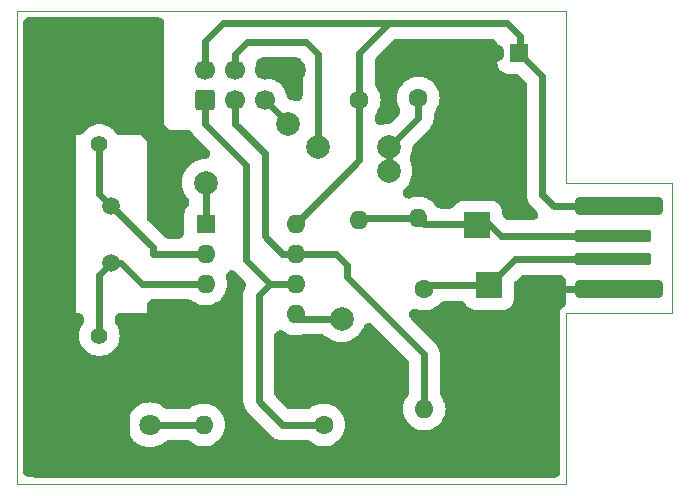
<source format=gbr>
%TF.GenerationSoftware,KiCad,Pcbnew,8.0.1-8.0.1-1~ubuntu22.04.1*%
%TF.CreationDate,2024-03-19T23:27:27+09:00*%
%TF.ProjectId,RapideUSBMini,52617069-6465-4555-9342-4d696e692e6b,1.0*%
%TF.SameCoordinates,Original*%
%TF.FileFunction,Copper,L1,Top*%
%TF.FilePolarity,Positive*%
%FSLAX46Y46*%
G04 Gerber Fmt 4.6, Leading zero omitted, Abs format (unit mm)*
G04 Created by KiCad (PCBNEW 8.0.1-8.0.1-1~ubuntu22.04.1) date 2024-03-19 23:27:27*
%MOMM*%
%LPD*%
G01*
G04 APERTURE LIST*
G04 Aperture macros list*
%AMRoundRect*
0 Rectangle with rounded corners*
0 $1 Rounding radius*
0 $2 $3 $4 $5 $6 $7 $8 $9 X,Y pos of 4 corners*
0 Add a 4 corners polygon primitive as box body*
4,1,4,$2,$3,$4,$5,$6,$7,$8,$9,$2,$3,0*
0 Add four circle primitives for the rounded corners*
1,1,$1+$1,$2,$3*
1,1,$1+$1,$4,$5*
1,1,$1+$1,$6,$7*
1,1,$1+$1,$8,$9*
0 Add four rect primitives between the rounded corners*
20,1,$1+$1,$2,$3,$4,$5,0*
20,1,$1+$1,$4,$5,$6,$7,0*
20,1,$1+$1,$6,$7,$8,$9,0*
20,1,$1+$1,$8,$9,$2,$3,0*%
G04 Aperture macros list end*
%TA.AperFunction,ComponentPad*%
%ADD10C,1.400000*%
%TD*%
%TA.AperFunction,ComponentPad*%
%ADD11C,1.500000*%
%TD*%
%TA.AperFunction,ComponentPad*%
%ADD12O,1.600000X1.600000*%
%TD*%
%TA.AperFunction,ComponentPad*%
%ADD13R,1.600000X1.600000*%
%TD*%
%TA.AperFunction,ComponentPad*%
%ADD14C,1.600000*%
%TD*%
%TA.AperFunction,ComponentPad*%
%ADD15RoundRect,0.250000X0.600000X-0.600000X0.600000X0.600000X-0.600000X0.600000X-0.600000X-0.600000X0*%
%TD*%
%TA.AperFunction,ComponentPad*%
%ADD16C,1.700000*%
%TD*%
%TA.AperFunction,SMDPad,CuDef*%
%ADD17RoundRect,0.375000X-3.375000X-0.375000X3.375000X-0.375000X3.375000X0.375000X-3.375000X0.375000X0*%
%TD*%
%TA.AperFunction,SMDPad,CuDef*%
%ADD18RoundRect,0.250000X-3.000000X-0.250000X3.000000X-0.250000X3.000000X0.250000X-3.000000X0.250000X0*%
%TD*%
%TA.AperFunction,ComponentPad*%
%ADD19R,1.800000X1.800000*%
%TD*%
%TA.AperFunction,ComponentPad*%
%ADD20C,1.800000*%
%TD*%
%TA.AperFunction,ComponentPad*%
%ADD21R,2.200000X2.200000*%
%TD*%
%TA.AperFunction,ComponentPad*%
%ADD22O,2.200000X2.200000*%
%TD*%
%TA.AperFunction,ViaPad*%
%ADD23C,2.000000*%
%TD*%
%TA.AperFunction,Conductor*%
%ADD24C,0.600000*%
%TD*%
%TA.AperFunction,Profile*%
%ADD25C,0.050000*%
%TD*%
G04 APERTURE END LIST*
D10*
%TO.P,C1,1*%
%TO.N,/XTAL1*%
X142000000Y-71250000D03*
%TO.P,C1,2*%
%TO.N,GND*%
X142000000Y-68750000D03*
%TD*%
D11*
%TO.P,Y1,2,2*%
%TO.N,/XTAL2*%
X143000000Y-81340000D03*
%TO.P,Y1,1,1*%
%TO.N,/XTAL1*%
X143000000Y-76460000D03*
%TD*%
D12*
%TO.P,U1,8,VCC*%
%TO.N,+5V*%
X158620000Y-78000000D03*
%TO.P,U1,7,PB2*%
%TO.N,/SCK*%
X158620000Y-80540000D03*
%TO.P,U1,6,PB1*%
%TO.N,/MISO*%
X158620000Y-83080000D03*
%TO.P,U1,5,AREF/PB0*%
%TO.N,/MOSI*%
X158620000Y-85620000D03*
%TO.P,U1,4,GND*%
%TO.N,GND*%
X151000000Y-85620000D03*
%TO.P,U1,3,XTAL2/PB4*%
%TO.N,/XTAL2*%
X151000000Y-83080000D03*
%TO.P,U1,2,XTAL1/PB3*%
%TO.N,/XTAL1*%
X151000000Y-80540000D03*
D13*
%TO.P,U1,1,~{RESET}/PB5*%
%TO.N,/RST*%
X151000000Y-78000000D03*
%TD*%
D14*
%TO.P,R4,1*%
%TO.N,/MISO*%
X161000000Y-95000000D03*
D12*
%TO.P,R4,2*%
%TO.N,Net-(D3-A)*%
X150840000Y-95000000D03*
%TD*%
D14*
%TO.P,R3,1*%
%TO.N,+5V*%
X164000000Y-67500000D03*
D12*
%TO.P,R3,2*%
%TO.N,Net-(D2-K)*%
X164000000Y-77660000D03*
%TD*%
D14*
%TO.P,R2,1*%
%TO.N,Net-(D1-K)*%
X169500000Y-83500000D03*
D12*
%TO.P,R2,2*%
%TO.N,/SCK*%
X169500000Y-93660000D03*
%TD*%
D14*
%TO.P,R1,1*%
%TO.N,/MOSI*%
X169000000Y-67340000D03*
D12*
%TO.P,R1,2*%
%TO.N,Net-(D2-K)*%
X169000000Y-77500000D03*
%TD*%
D15*
%TO.P,J2,1,MISO*%
%TO.N,/MISO*%
X150960000Y-67500000D03*
D16*
%TO.P,J2,2,VCC*%
%TO.N,+5V*%
X150960000Y-64960000D03*
%TO.P,J2,3,SCK*%
%TO.N,/SCK*%
X153500000Y-67500000D03*
%TO.P,J2,4,MOSI*%
%TO.N,/MOSI*%
X153500000Y-64960000D03*
%TO.P,J2,5,~{RST}*%
%TO.N,/RST*%
X156040000Y-67500000D03*
%TO.P,J2,6,GND*%
%TO.N,GND*%
X156040000Y-64960000D03*
%TD*%
D17*
%TO.P,J1,1,USB_VCC*%
%TO.N,+5V*%
X186000000Y-76500000D03*
D18*
%TO.P,J1,2,USB_DATA-*%
%TO.N,Net-(D2-K)*%
X185500000Y-79000000D03*
%TO.P,J1,3,USB_DATA+*%
%TO.N,Net-(D1-K)*%
X185500000Y-81000000D03*
D17*
%TO.P,J1,4,USB_GND*%
%TO.N,GND*%
X186000000Y-83500000D03*
%TD*%
D19*
%TO.P,D3,1,K*%
%TO.N,GND*%
X143725000Y-95000000D03*
D20*
%TO.P,D3,2,A*%
%TO.N,Net-(D3-A)*%
X146265000Y-95000000D03*
%TD*%
D21*
%TO.P,D2,1,K*%
%TO.N,Net-(D2-K)*%
X174000000Y-78120000D03*
D22*
%TO.P,D2,2,A*%
%TO.N,GND*%
X174000000Y-70500000D03*
%TD*%
D21*
%TO.P,D1,1,K*%
%TO.N,Net-(D1-K)*%
X175000000Y-83190000D03*
D22*
%TO.P,D1,2,A*%
%TO.N,GND*%
X175000000Y-90810000D03*
%TD*%
D13*
%TO.P,C3,1*%
%TO.N,+5V*%
X177500000Y-63500000D03*
D14*
%TO.P,C3,2*%
%TO.N,GND*%
X175500000Y-63500000D03*
%TD*%
D10*
%TO.P,C2,2*%
%TO.N,GND*%
X144500000Y-87460000D03*
%TO.P,C2,1*%
%TO.N,/XTAL2*%
X142000000Y-87460000D03*
%TD*%
D23*
%TO.N,GND*%
X168000000Y-63500000D03*
X177000000Y-74000000D03*
X179500000Y-87000000D03*
X158500000Y-65000000D03*
%TO.N,/MOSI*%
X166500000Y-73500000D03*
X160500000Y-71500000D03*
%TO.N,/RST*%
X158000000Y-69500000D03*
X151000000Y-74500000D03*
%TO.N,/MOSI*%
X162500000Y-86000000D03*
X166500000Y-71500000D03*
%TD*%
D24*
%TO.N,GND*%
X177000000Y-73000000D02*
X177000000Y-74000000D01*
X179500000Y-84500000D02*
X179500000Y-87000000D01*
X179500000Y-87000000D02*
X179500000Y-90000000D01*
%TO.N,/RST*%
X158000000Y-69460000D02*
X156040000Y-67500000D01*
X158000000Y-69500000D02*
X158000000Y-69460000D01*
%TO.N,/MOSI*%
X169000000Y-67340000D02*
X169000000Y-69000000D01*
X169000000Y-69000000D02*
X166500000Y-71500000D01*
X166500000Y-72000000D02*
X166500000Y-73000000D01*
X166500000Y-71500000D02*
X166500000Y-72000000D01*
X160500000Y-63600000D02*
X159500000Y-62600000D01*
X154500000Y-62600000D02*
X153500000Y-63600000D01*
X160500000Y-71500000D02*
X160500000Y-63600000D01*
X153500000Y-63600000D02*
X153500000Y-64960000D01*
X159500000Y-62600000D02*
X154500000Y-62600000D01*
%TO.N,/XTAL1*%
X142000000Y-71250000D02*
X142000000Y-75460000D01*
X142000000Y-75460000D02*
X143000000Y-76460000D01*
%TO.N,/RST*%
X151000000Y-78000000D02*
X151000000Y-74500000D01*
%TO.N,+5V*%
X166500000Y-61000000D02*
X152500000Y-61000000D01*
X152500000Y-61000000D02*
X150960000Y-62540000D01*
X150960000Y-62540000D02*
X150960000Y-64960000D01*
X164000000Y-67500000D02*
X164000000Y-63500000D01*
X164000000Y-63500000D02*
X166500000Y-61000000D01*
X166500000Y-61000000D02*
X176500000Y-61000000D01*
X176500000Y-61000000D02*
X177600000Y-62100000D01*
X177600000Y-62100000D02*
X177600000Y-63600000D01*
X177600000Y-63600000D02*
X179500000Y-65500000D01*
X179500000Y-65500000D02*
X179500000Y-75500000D01*
X179500000Y-75500000D02*
X180500000Y-76500000D01*
X180500000Y-76500000D02*
X186000000Y-76500000D01*
%TO.N,/MISO*%
X150960000Y-69560000D02*
X154400000Y-73000000D01*
X154400000Y-81060000D02*
X156420000Y-83080000D01*
X150960000Y-67500000D02*
X150960000Y-69560000D01*
X154400000Y-73000000D02*
X154400000Y-81060000D01*
%TO.N,/SCK*%
X153500000Y-69500000D02*
X156000000Y-72000000D01*
X153500000Y-67500000D02*
X153500000Y-69500000D01*
X156000000Y-72000000D02*
X156000000Y-79051370D01*
X156000000Y-79051370D02*
X157488630Y-80540000D01*
X157488630Y-80540000D02*
X158620000Y-80540000D01*
%TO.N,+5V*%
X164000000Y-67500000D02*
X164000000Y-72620000D01*
X164000000Y-72620000D02*
X158620000Y-78000000D01*
%TO.N,/XTAL1*%
X146500000Y-79960000D02*
X146500000Y-80500000D01*
X143000000Y-76460000D02*
X146500000Y-79960000D01*
X146500000Y-80500000D02*
X147500000Y-80500000D01*
X147500000Y-80500000D02*
X147540000Y-80540000D01*
X147540000Y-80540000D02*
X151000000Y-80540000D01*
%TO.N,/XTAL2*%
X143000000Y-81340000D02*
X143840000Y-81340000D01*
X143840000Y-81340000D02*
X145580000Y-83080000D01*
X145580000Y-83080000D02*
X151000000Y-83080000D01*
X143000000Y-81340000D02*
X142000000Y-82340000D01*
X142000000Y-82340000D02*
X142000000Y-87460000D01*
%TO.N,Net-(D3-A)*%
X150840000Y-95000000D02*
X146265000Y-95000000D01*
%TO.N,/MISO*%
X155500000Y-93000000D02*
X157500000Y-95000000D01*
X155500000Y-84000000D02*
X155500000Y-93000000D01*
X158620000Y-83080000D02*
X156420000Y-83080000D01*
X156420000Y-83080000D02*
X155500000Y-84000000D01*
X157500000Y-95000000D02*
X161000000Y-95000000D01*
%TO.N,Net-(D1-K)*%
X185500000Y-81000000D02*
X177190000Y-81000000D01*
X177190000Y-81000000D02*
X175000000Y-83190000D01*
%TO.N,Net-(D2-K)*%
X185500000Y-79000000D02*
X176000000Y-79000000D01*
X176000000Y-79000000D02*
X175000000Y-78000000D01*
%TO.N,/MOSI*%
X162500000Y-86000000D02*
X159000000Y-86000000D01*
X159000000Y-86000000D02*
X158620000Y-85620000D01*
%TO.N,/SCK*%
X169500000Y-93660000D02*
X169500000Y-89000000D01*
X163000000Y-82500000D02*
X163000000Y-81500000D01*
X169500000Y-89000000D02*
X163000000Y-82500000D01*
X163000000Y-81500000D02*
X162000000Y-80500000D01*
X162000000Y-80500000D02*
X161000000Y-80500000D01*
X161000000Y-80500000D02*
X160960000Y-80540000D01*
X160960000Y-80540000D02*
X158620000Y-80540000D01*
%TO.N,Net-(D2-K)*%
X169000000Y-77500000D02*
X164160000Y-77500000D01*
X164160000Y-77500000D02*
X164000000Y-77660000D01*
X175000000Y-78000000D02*
X169500000Y-78000000D01*
X169500000Y-78000000D02*
X169000000Y-77500000D01*
%TO.N,GND*%
X175000000Y-63900000D02*
X175400000Y-63500000D01*
%TO.N,Net-(D1-K)*%
X175000000Y-83190000D02*
X169810000Y-83190000D01*
X169810000Y-83190000D02*
X169500000Y-83500000D01*
%TO.N,GND*%
X186000000Y-83500000D02*
X180500000Y-83500000D01*
X180500000Y-83500000D02*
X179500000Y-84500000D01*
X179500000Y-90000000D02*
X178690000Y-90810000D01*
X178690000Y-90810000D02*
X175000000Y-90810000D01*
%TD*%
%TA.AperFunction,Conductor*%
%TO.N,GND*%
G36*
X147141585Y-60520713D02*
G01*
X147270780Y-60579714D01*
X147378119Y-60672724D01*
X147454906Y-60792208D01*
X147494921Y-60928485D01*
X147500000Y-60999500D01*
X147500000Y-69500001D01*
X147999999Y-70000000D01*
X148000000Y-70000000D01*
X149420200Y-70000000D01*
X149560785Y-70020213D01*
X149689980Y-70079214D01*
X149797319Y-70172224D01*
X149845668Y-70238275D01*
X149847710Y-70241607D01*
X149968033Y-70407219D01*
X149968036Y-70407222D01*
X151212147Y-71651332D01*
X151297263Y-71765033D01*
X151346897Y-71898108D01*
X151357030Y-72039776D01*
X151326839Y-72178560D01*
X151258771Y-72303217D01*
X151158341Y-72403648D01*
X151033684Y-72471716D01*
X150894901Y-72501906D01*
X150714572Y-72514804D01*
X150714569Y-72514804D01*
X150714563Y-72514805D01*
X150434956Y-72575629D01*
X150166838Y-72675633D01*
X149915687Y-72812772D01*
X149915682Y-72812776D01*
X149686607Y-72984258D01*
X149484258Y-73186607D01*
X149312776Y-73415682D01*
X149312772Y-73415687D01*
X149175633Y-73666838D01*
X149075629Y-73934956D01*
X149014805Y-74214563D01*
X149014804Y-74214569D01*
X149014804Y-74214572D01*
X148994390Y-74500000D01*
X149000420Y-74584317D01*
X149014805Y-74785436D01*
X149075629Y-75065043D01*
X149175633Y-75333161D01*
X149297459Y-75556269D01*
X149312774Y-75584315D01*
X149352384Y-75637228D01*
X149484253Y-75813386D01*
X149495757Y-75826661D01*
X149572546Y-75946143D01*
X149612563Y-76082419D01*
X149612566Y-76224449D01*
X149572554Y-76360727D01*
X149503513Y-76468160D01*
X149504883Y-76469277D01*
X149360304Y-76646589D01*
X149360302Y-76646592D01*
X149266095Y-76826942D01*
X149266090Y-76826953D01*
X149210114Y-77022581D01*
X149210114Y-77022582D01*
X149199500Y-77141963D01*
X149199500Y-77957890D01*
X149199501Y-78740500D01*
X149179288Y-78881084D01*
X149120287Y-79010280D01*
X149027277Y-79117619D01*
X148907793Y-79194406D01*
X148771516Y-79234421D01*
X148700501Y-79239500D01*
X147894171Y-79239500D01*
X147816106Y-79233356D01*
X147804536Y-79231523D01*
X147804535Y-79231523D01*
X147754834Y-79223651D01*
X147734366Y-79220409D01*
X147598675Y-79178451D01*
X147480301Y-79099965D01*
X147459586Y-79080401D01*
X147442831Y-79063646D01*
X147347219Y-78968034D01*
X146146154Y-77766969D01*
X146061038Y-77653268D01*
X146011404Y-77520193D01*
X146000000Y-77414123D01*
X146000000Y-70999999D01*
X145500001Y-70500000D01*
X145500000Y-70500000D01*
X143816281Y-70500000D01*
X143675696Y-70479787D01*
X143546501Y-70420786D01*
X143439162Y-70327776D01*
X143420750Y-70303865D01*
X143420600Y-70303986D01*
X143408960Y-70289390D01*
X143408959Y-70289388D01*
X143250050Y-70090123D01*
X143238293Y-70079214D01*
X143063224Y-69916774D01*
X143063223Y-69916773D01*
X143063220Y-69916771D01*
X143063217Y-69916768D01*
X142852634Y-69773195D01*
X142732857Y-69715513D01*
X142623009Y-69662613D01*
X142623006Y-69662612D01*
X142623004Y-69662611D01*
X142379458Y-69587487D01*
X142379454Y-69587486D01*
X142379455Y-69587486D01*
X142273371Y-69571496D01*
X142127435Y-69549500D01*
X141872565Y-69549500D01*
X141726628Y-69571496D01*
X141620545Y-69587486D01*
X141376990Y-69662613D01*
X141147368Y-69773194D01*
X141147366Y-69773195D01*
X141129424Y-69785428D01*
X140936776Y-69916773D01*
X140936775Y-69916774D01*
X140749953Y-70090119D01*
X140749950Y-70090123D01*
X140591041Y-70289388D01*
X140591039Y-70289390D01*
X140579400Y-70303986D01*
X140577421Y-70302408D01*
X140500118Y-70386866D01*
X140378591Y-70460376D01*
X140241276Y-70496669D01*
X140183719Y-70500000D01*
X140000000Y-70500000D01*
X140000000Y-85500000D01*
X140200500Y-85500000D01*
X140341085Y-85520213D01*
X140470280Y-85579214D01*
X140577619Y-85672224D01*
X140654406Y-85791708D01*
X140694421Y-85927985D01*
X140699500Y-85999000D01*
X140699500Y-86188776D01*
X140679287Y-86329361D01*
X140620286Y-86458556D01*
X140591827Y-86498234D01*
X140591036Y-86499395D01*
X140463608Y-86720108D01*
X140463606Y-86720114D01*
X140370493Y-86957359D01*
X140370492Y-86957362D01*
X140370492Y-86957363D01*
X140313778Y-87205843D01*
X140294732Y-87460000D01*
X140313778Y-87714157D01*
X140313779Y-87714161D01*
X140370493Y-87962640D01*
X140463606Y-88199885D01*
X140463608Y-88199891D01*
X140591036Y-88420604D01*
X140591041Y-88420612D01*
X140749950Y-88619877D01*
X140749952Y-88619879D01*
X140749953Y-88619880D01*
X140936775Y-88793225D01*
X140936776Y-88793226D01*
X140936778Y-88793227D01*
X140936783Y-88793232D01*
X141147366Y-88936805D01*
X141376996Y-89047389D01*
X141620542Y-89122513D01*
X141872565Y-89160500D01*
X141872570Y-89160500D01*
X142127430Y-89160500D01*
X142127435Y-89160500D01*
X142379458Y-89122513D01*
X142623004Y-89047389D01*
X142852634Y-88936805D01*
X143063217Y-88793232D01*
X143250050Y-88619877D01*
X143408959Y-88420612D01*
X143536393Y-88199888D01*
X143629508Y-87962637D01*
X143686222Y-87714157D01*
X143705268Y-87460000D01*
X143686222Y-87205843D01*
X143629508Y-86957363D01*
X143536393Y-86720112D01*
X143408959Y-86499388D01*
X143408953Y-86499381D01*
X143398443Y-86483965D01*
X143399569Y-86483196D01*
X143337510Y-86377365D01*
X143303092Y-86239568D01*
X143300500Y-86188776D01*
X143300500Y-85999000D01*
X143320713Y-85858415D01*
X143379714Y-85729220D01*
X143472724Y-85621881D01*
X143592208Y-85545094D01*
X143728485Y-85505079D01*
X143799500Y-85500000D01*
X146000000Y-85500000D01*
X146000000Y-84879500D01*
X146020213Y-84738915D01*
X146079214Y-84609720D01*
X146172224Y-84502381D01*
X146291708Y-84425594D01*
X146427985Y-84385579D01*
X146499000Y-84380500D01*
X149560293Y-84380500D01*
X149700878Y-84400713D01*
X149830073Y-84459714D01*
X149871410Y-84489363D01*
X149874253Y-84491630D01*
X149874255Y-84491631D01*
X149874259Y-84491635D01*
X150097226Y-84643651D01*
X150340359Y-84760738D01*
X150598228Y-84840280D01*
X150865071Y-84880500D01*
X150865075Y-84880500D01*
X151134925Y-84880500D01*
X151134929Y-84880500D01*
X151401772Y-84840280D01*
X151659641Y-84760738D01*
X151902775Y-84643651D01*
X152125741Y-84491635D01*
X152323561Y-84308085D01*
X152491815Y-84097102D01*
X152626743Y-83863398D01*
X152725334Y-83612195D01*
X152785383Y-83349103D01*
X152805549Y-83080000D01*
X152785383Y-82810897D01*
X152725334Y-82547805D01*
X152725332Y-82547800D01*
X152721179Y-82529603D01*
X152723750Y-82529016D01*
X152706029Y-82416672D01*
X152724322Y-82275825D01*
X152781554Y-82145836D01*
X152873090Y-82037238D01*
X152991514Y-81958826D01*
X153127233Y-81916955D01*
X153269250Y-81915017D01*
X153406060Y-81953167D01*
X153526580Y-82028317D01*
X153557829Y-82057015D01*
X154277000Y-82776186D01*
X154362116Y-82889887D01*
X154411750Y-83022962D01*
X154421883Y-83164630D01*
X154391692Y-83303415D01*
X154368767Y-83355572D01*
X154292987Y-83504298D01*
X154288721Y-83519427D01*
X154258578Y-83612200D01*
X154233553Y-83689219D01*
X154231523Y-83695466D01*
X154199500Y-83897648D01*
X154199500Y-93102352D01*
X154210503Y-93171824D01*
X154231522Y-93304529D01*
X154231525Y-93304544D01*
X154294776Y-93499210D01*
X154294781Y-93499221D01*
X154320540Y-93549777D01*
X154387712Y-93681610D01*
X154387715Y-93681615D01*
X154508033Y-93847219D01*
X156652780Y-95991966D01*
X156754781Y-96066073D01*
X156818389Y-96112287D01*
X156818391Y-96112288D01*
X156909532Y-96158727D01*
X156909569Y-96158745D01*
X156909585Y-96158753D01*
X157000781Y-96205220D01*
X157000783Y-96205221D01*
X157098119Y-96236847D01*
X157098123Y-96236848D01*
X157195465Y-96268477D01*
X157195464Y-96268477D01*
X157397648Y-96300500D01*
X159560293Y-96300500D01*
X159700878Y-96320713D01*
X159830073Y-96379714D01*
X159871410Y-96409363D01*
X159874253Y-96411630D01*
X159874255Y-96411631D01*
X159874259Y-96411635D01*
X160097226Y-96563651D01*
X160340359Y-96680738D01*
X160598228Y-96760280D01*
X160865071Y-96800500D01*
X160865075Y-96800500D01*
X161134925Y-96800500D01*
X161134929Y-96800500D01*
X161401772Y-96760280D01*
X161659641Y-96680738D01*
X161902775Y-96563651D01*
X162125741Y-96411635D01*
X162323561Y-96228085D01*
X162491815Y-96017102D01*
X162626743Y-95783398D01*
X162725334Y-95532195D01*
X162785383Y-95269103D01*
X162805549Y-95000000D01*
X162785383Y-94730897D01*
X162725334Y-94467805D01*
X162723526Y-94463199D01*
X162626744Y-94216604D01*
X162626743Y-94216602D01*
X162491819Y-93982905D01*
X162491815Y-93982898D01*
X162491808Y-93982889D01*
X162323563Y-93771917D01*
X162242721Y-93696907D01*
X162125741Y-93588365D01*
X161902775Y-93436349D01*
X161808393Y-93390897D01*
X161659649Y-93319265D01*
X161659646Y-93319264D01*
X161659643Y-93319263D01*
X161659641Y-93319262D01*
X161401772Y-93239720D01*
X161401770Y-93239719D01*
X161401768Y-93239719D01*
X161295805Y-93223748D01*
X161134929Y-93199500D01*
X160865071Y-93199500D01*
X160741458Y-93218131D01*
X160598230Y-93239719D01*
X160438104Y-93289111D01*
X160340359Y-93319262D01*
X160340355Y-93319263D01*
X160340349Y-93319266D01*
X160097233Y-93436345D01*
X160097219Y-93436353D01*
X159874253Y-93588369D01*
X159871410Y-93590637D01*
X159867960Y-93592659D01*
X159858833Y-93598883D01*
X159858409Y-93598261D01*
X159748893Y-93662486D01*
X159611097Y-93696907D01*
X159560293Y-93699500D01*
X158245377Y-93699500D01*
X158104792Y-93679287D01*
X157975597Y-93620286D01*
X157892531Y-93553346D01*
X156946654Y-92607469D01*
X156861538Y-92493768D01*
X156811904Y-92360693D01*
X156800500Y-92254623D01*
X156800500Y-87502792D01*
X156820713Y-87362207D01*
X156879714Y-87233012D01*
X156972724Y-87125673D01*
X157092208Y-87048886D01*
X157228485Y-87008871D01*
X157370515Y-87008871D01*
X157506792Y-87048886D01*
X157580595Y-87090498D01*
X157717226Y-87183651D01*
X157960359Y-87300738D01*
X158218228Y-87380280D01*
X158485071Y-87420500D01*
X158485075Y-87420500D01*
X158754925Y-87420500D01*
X158754929Y-87420500D01*
X159021772Y-87380280D01*
X159208543Y-87322668D01*
X159348838Y-87300546D01*
X159355624Y-87300500D01*
X160764674Y-87300500D01*
X160905259Y-87320713D01*
X161034454Y-87379714D01*
X161117520Y-87446654D01*
X161186607Y-87515741D01*
X161278237Y-87584333D01*
X161415685Y-87687226D01*
X161666839Y-87824367D01*
X161857648Y-87895535D01*
X161934956Y-87924370D01*
X162110883Y-87962640D01*
X162214572Y-87985196D01*
X162500000Y-88005610D01*
X162785428Y-87985196D01*
X162905048Y-87959174D01*
X163065043Y-87924370D01*
X163065046Y-87924369D01*
X163333161Y-87824367D01*
X163584315Y-87687226D01*
X163813395Y-87515739D01*
X164015739Y-87313395D01*
X164187226Y-87084315D01*
X164324367Y-86833161D01*
X164370756Y-86708786D01*
X164438821Y-86584133D01*
X164539251Y-86483702D01*
X164663907Y-86415633D01*
X164802691Y-86385442D01*
X164944360Y-86395573D01*
X165077435Y-86445206D01*
X165191133Y-86530318D01*
X165191139Y-86530324D01*
X168053346Y-89392531D01*
X168138462Y-89506232D01*
X168188096Y-89639307D01*
X168199500Y-89745377D01*
X168199500Y-92228389D01*
X168179287Y-92368974D01*
X168120286Y-92498169D01*
X168090634Y-92539511D01*
X168008185Y-92642897D01*
X168008180Y-92642905D01*
X167873256Y-92876602D01*
X167873255Y-92876604D01*
X167774667Y-93127799D01*
X167730966Y-93319266D01*
X167714617Y-93390897D01*
X167694451Y-93660000D01*
X167714617Y-93929103D01*
X167714618Y-93929107D01*
X167774667Y-94192200D01*
X167873255Y-94443395D01*
X167873256Y-94443397D01*
X168008180Y-94677094D01*
X168008191Y-94677110D01*
X168176436Y-94888082D01*
X168176438Y-94888084D01*
X168176439Y-94888085D01*
X168374259Y-95071635D01*
X168597226Y-95223651D01*
X168840359Y-95340738D01*
X169098228Y-95420280D01*
X169365071Y-95460500D01*
X169365075Y-95460500D01*
X169634925Y-95460500D01*
X169634929Y-95460500D01*
X169901772Y-95420280D01*
X170159641Y-95340738D01*
X170402775Y-95223651D01*
X170625741Y-95071635D01*
X170823561Y-94888085D01*
X170991815Y-94677102D01*
X171126743Y-94443398D01*
X171225334Y-94192195D01*
X171285383Y-93929103D01*
X171305549Y-93660000D01*
X171285383Y-93390897D01*
X171225334Y-93127805D01*
X171219931Y-93114039D01*
X171126744Y-92876604D01*
X171126743Y-92876602D01*
X170991819Y-92642905D01*
X170991814Y-92642897D01*
X170909366Y-92539511D01*
X170837516Y-92416995D01*
X170803094Y-92279199D01*
X170800500Y-92228389D01*
X170800500Y-88897647D01*
X170768478Y-88695472D01*
X170768477Y-88695471D01*
X170768477Y-88695466D01*
X170758649Y-88665220D01*
X170711273Y-88519411D01*
X170707010Y-88504294D01*
X170664368Y-88420604D01*
X170623192Y-88339792D01*
X170612287Y-88318389D01*
X170491966Y-88152781D01*
X170491964Y-88152779D01*
X170491962Y-88152776D01*
X168353690Y-86014504D01*
X168268574Y-85900803D01*
X168218940Y-85767728D01*
X168208807Y-85626060D01*
X168238998Y-85487275D01*
X168307066Y-85362618D01*
X168407496Y-85262188D01*
X168532153Y-85194120D01*
X168670938Y-85163929D01*
X168812606Y-85174062D01*
X168853587Y-85184818D01*
X169098228Y-85260280D01*
X169365071Y-85300500D01*
X169365075Y-85300500D01*
X169634925Y-85300500D01*
X169634929Y-85300500D01*
X169901772Y-85260280D01*
X170159641Y-85180738D01*
X170402775Y-85063651D01*
X170625741Y-84911635D01*
X170823561Y-84728085D01*
X170863202Y-84678377D01*
X170966659Y-84581066D01*
X171093341Y-84516845D01*
X171232984Y-84490915D01*
X171253335Y-84490500D01*
X172573638Y-84490500D01*
X172714223Y-84510713D01*
X172843418Y-84569714D01*
X172950757Y-84662724D01*
X173015931Y-84758463D01*
X173056747Y-84836602D01*
X173060304Y-84843410D01*
X173188889Y-85001108D01*
X173188891Y-85001110D01*
X173346589Y-85129695D01*
X173346593Y-85129698D01*
X173526951Y-85223909D01*
X173722582Y-85279886D01*
X173841963Y-85290500D01*
X176158036Y-85290499D01*
X176277418Y-85279886D01*
X176473049Y-85223909D01*
X176653407Y-85129698D01*
X176811109Y-85001109D01*
X176939698Y-84843407D01*
X177033909Y-84663049D01*
X177089886Y-84467418D01*
X177100500Y-84348037D01*
X177100499Y-83135374D01*
X177120712Y-82994792D01*
X177179713Y-82865597D01*
X177246644Y-82782539D01*
X177582533Y-82446650D01*
X177696231Y-82361538D01*
X177829307Y-82311904D01*
X177935376Y-82300500D01*
X181001000Y-82300500D01*
X181141585Y-82320713D01*
X181270780Y-82379714D01*
X181378119Y-82472724D01*
X181454906Y-82592208D01*
X181494921Y-82728485D01*
X181500000Y-82799500D01*
X181500000Y-84633974D01*
X181479787Y-84774559D01*
X181420786Y-84903754D01*
X181327776Y-85011093D01*
X181250502Y-85066119D01*
X181192689Y-85099497D01*
X181192681Y-85099503D01*
X181099503Y-85192681D01*
X181099502Y-85192683D01*
X181033607Y-85306814D01*
X180999500Y-85434106D01*
X180999500Y-99000500D01*
X180979287Y-99141085D01*
X180920286Y-99270280D01*
X180827276Y-99377619D01*
X180707792Y-99454406D01*
X180571515Y-99494421D01*
X180500500Y-99499500D01*
X137023138Y-99499500D01*
X136968032Y-99496448D01*
X135944394Y-99382709D01*
X135806901Y-99347094D01*
X135685012Y-99274186D01*
X135588601Y-99169891D01*
X135525478Y-99042659D01*
X135500758Y-98902797D01*
X135500500Y-98886761D01*
X135500500Y-95000000D01*
X144359645Y-95000000D01*
X144378892Y-95269107D01*
X144379040Y-95271168D01*
X144436824Y-95536799D01*
X144531828Y-95791515D01*
X144662110Y-96030109D01*
X144662113Y-96030113D01*
X144825029Y-96247742D01*
X144825031Y-96247744D01*
X144825034Y-96247748D01*
X145017251Y-96439965D01*
X145017254Y-96439967D01*
X145017258Y-96439971D01*
X145234887Y-96602887D01*
X145234890Y-96602889D01*
X145473484Y-96733171D01*
X145473487Y-96733172D01*
X145728199Y-96828175D01*
X145993840Y-96885961D01*
X146265000Y-96905355D01*
X146536160Y-96885961D01*
X146801801Y-96828175D01*
X147056513Y-96733172D01*
X147295113Y-96602887D01*
X147512742Y-96439971D01*
X147512749Y-96439964D01*
X147526219Y-96428294D01*
X147527937Y-96430276D01*
X147619761Y-96361538D01*
X147752836Y-96311904D01*
X147858906Y-96300500D01*
X149400293Y-96300500D01*
X149540878Y-96320713D01*
X149670073Y-96379714D01*
X149711410Y-96409363D01*
X149714253Y-96411630D01*
X149714255Y-96411631D01*
X149714259Y-96411635D01*
X149937226Y-96563651D01*
X150180359Y-96680738D01*
X150438228Y-96760280D01*
X150705071Y-96800500D01*
X150705075Y-96800500D01*
X150974925Y-96800500D01*
X150974929Y-96800500D01*
X151241772Y-96760280D01*
X151499641Y-96680738D01*
X151742775Y-96563651D01*
X151965741Y-96411635D01*
X152163561Y-96228085D01*
X152331815Y-96017102D01*
X152466743Y-95783398D01*
X152565334Y-95532195D01*
X152625383Y-95269103D01*
X152645549Y-95000000D01*
X152625383Y-94730897D01*
X152565334Y-94467805D01*
X152563526Y-94463199D01*
X152466744Y-94216604D01*
X152466743Y-94216602D01*
X152331819Y-93982905D01*
X152331815Y-93982898D01*
X152331808Y-93982889D01*
X152163563Y-93771917D01*
X152082721Y-93696907D01*
X151965741Y-93588365D01*
X151742775Y-93436349D01*
X151648393Y-93390897D01*
X151499649Y-93319265D01*
X151499646Y-93319264D01*
X151499643Y-93319263D01*
X151499641Y-93319262D01*
X151241772Y-93239720D01*
X151241770Y-93239719D01*
X151241768Y-93239719D01*
X151135805Y-93223748D01*
X150974929Y-93199500D01*
X150705071Y-93199500D01*
X150581458Y-93218131D01*
X150438230Y-93239719D01*
X150278104Y-93289111D01*
X150180359Y-93319262D01*
X150180355Y-93319263D01*
X150180349Y-93319266D01*
X149937233Y-93436345D01*
X149937219Y-93436353D01*
X149714253Y-93588369D01*
X149711410Y-93590637D01*
X149707960Y-93592659D01*
X149698833Y-93598883D01*
X149698409Y-93598261D01*
X149588893Y-93662486D01*
X149451097Y-93696907D01*
X149400293Y-93699500D01*
X147858906Y-93699500D01*
X147718321Y-93679287D01*
X147589126Y-93620286D01*
X147527297Y-93570460D01*
X147526219Y-93571706D01*
X147512749Y-93560035D01*
X147512745Y-93560032D01*
X147512742Y-93560029D01*
X147295113Y-93397113D01*
X147295109Y-93397110D01*
X147056515Y-93266828D01*
X146801799Y-93171824D01*
X146536168Y-93114040D01*
X146536162Y-93114039D01*
X146536160Y-93114039D01*
X146265000Y-93094645D01*
X145993840Y-93114039D01*
X145993837Y-93114039D01*
X145993831Y-93114040D01*
X145728200Y-93171824D01*
X145473484Y-93266828D01*
X145234890Y-93397110D01*
X145017251Y-93560034D01*
X144825034Y-93752251D01*
X144662110Y-93969890D01*
X144531828Y-94208484D01*
X144436824Y-94463200D01*
X144379040Y-94728831D01*
X144379039Y-94728837D01*
X144379039Y-94728840D01*
X144359645Y-95000000D01*
X135500500Y-95000000D01*
X135500500Y-60999500D01*
X135520713Y-60858915D01*
X135579714Y-60729720D01*
X135672724Y-60622381D01*
X135792208Y-60545594D01*
X135928485Y-60505579D01*
X135999500Y-60500500D01*
X147001000Y-60500500D01*
X147141585Y-60520713D01*
G37*
%TD.AperFunction*%
%TA.AperFunction,Conductor*%
G36*
X175341085Y-62320713D02*
G01*
X175470280Y-62379714D01*
X175577619Y-62472724D01*
X175654406Y-62592208D01*
X175694421Y-62728485D01*
X175699500Y-62799500D01*
X175699500Y-64358030D01*
X175706549Y-64437322D01*
X175710114Y-64477418D01*
X175747559Y-64608285D01*
X175766090Y-64673046D01*
X175766095Y-64673057D01*
X175860302Y-64853407D01*
X175860304Y-64853410D01*
X175988889Y-65011108D01*
X175988891Y-65011110D01*
X176146589Y-65139695D01*
X176146593Y-65139698D01*
X176326951Y-65233909D01*
X176522582Y-65289886D01*
X176641963Y-65300500D01*
X177254621Y-65300499D01*
X177395205Y-65320712D01*
X177524400Y-65379713D01*
X177607467Y-65446652D01*
X178053346Y-65892530D01*
X178138462Y-66006231D01*
X178188096Y-66139306D01*
X178199500Y-66245377D01*
X178199500Y-75602352D01*
X178231522Y-75804532D01*
X178231523Y-75804535D01*
X178262450Y-75899718D01*
X178262451Y-75899723D01*
X178262452Y-75899723D01*
X178294777Y-75999214D01*
X178294780Y-75999219D01*
X178310522Y-76030114D01*
X178387713Y-76181611D01*
X178387715Y-76181615D01*
X178508032Y-76347217D01*
X178508033Y-76347218D01*
X178508034Y-76347219D01*
X179003397Y-76842582D01*
X179008469Y-76847653D01*
X179093585Y-76961354D01*
X179143219Y-77094429D01*
X179153352Y-77236098D01*
X179123161Y-77374882D01*
X179055093Y-77499539D01*
X178954663Y-77599970D01*
X178830006Y-77668038D01*
X178691222Y-77698229D01*
X178655623Y-77699500D01*
X176745377Y-77699500D01*
X176604792Y-77679287D01*
X176475597Y-77620286D01*
X176392530Y-77553345D01*
X176246652Y-77407466D01*
X176161536Y-77293765D01*
X176111902Y-77160689D01*
X176100499Y-77054621D01*
X176100499Y-76961969D01*
X176100499Y-76961964D01*
X176089886Y-76842582D01*
X176033909Y-76646951D01*
X175939698Y-76466593D01*
X175939693Y-76466587D01*
X175811110Y-76308891D01*
X175811108Y-76308889D01*
X175653410Y-76180304D01*
X175653407Y-76180302D01*
X175473057Y-76086095D01*
X175473054Y-76086093D01*
X175473049Y-76086091D01*
X175277418Y-76030114D01*
X175158037Y-76019500D01*
X175158029Y-76019500D01*
X172841969Y-76019500D01*
X172722582Y-76030114D01*
X172526953Y-76086090D01*
X172526942Y-76086095D01*
X172346592Y-76180302D01*
X172346589Y-76180304D01*
X172188891Y-76308889D01*
X172188889Y-76308891D01*
X172060306Y-76466587D01*
X172054697Y-76475098D01*
X171960456Y-76581359D01*
X171840096Y-76656764D01*
X171703367Y-76695206D01*
X171638047Y-76699500D01*
X170903221Y-76699500D01*
X170762636Y-76679287D01*
X170633441Y-76620286D01*
X170526102Y-76527276D01*
X170495143Y-76487071D01*
X170323563Y-76271917D01*
X170321599Y-76270095D01*
X170125741Y-76088365D01*
X169902775Y-75936349D01*
X169819428Y-75896211D01*
X169659649Y-75819265D01*
X169659646Y-75819264D01*
X169659643Y-75819263D01*
X169659641Y-75819262D01*
X169401772Y-75739720D01*
X169401770Y-75739719D01*
X169401768Y-75739719D01*
X169295805Y-75723748D01*
X169134929Y-75699500D01*
X168865071Y-75699500D01*
X168687175Y-75726313D01*
X168598226Y-75739720D01*
X168339082Y-75819655D01*
X168198786Y-75841778D01*
X168057939Y-75823478D01*
X167927954Y-75766239D01*
X167819360Y-75674697D01*
X167740955Y-75556269D01*
X167699091Y-75420548D01*
X167697160Y-75278531D01*
X167735318Y-75141723D01*
X167810474Y-75021206D01*
X167839144Y-74989989D01*
X168015739Y-74813395D01*
X168187226Y-74584315D01*
X168324367Y-74333161D01*
X168424369Y-74065046D01*
X168485196Y-73785428D01*
X168505610Y-73500000D01*
X168485196Y-73214572D01*
X168424369Y-72934954D01*
X168378797Y-72812772D01*
X168327181Y-72674384D01*
X168296990Y-72535600D01*
X168307121Y-72393931D01*
X168327181Y-72325616D01*
X168335536Y-72303217D01*
X168424369Y-72065046D01*
X168485196Y-71785428D01*
X168505152Y-71506393D01*
X168535343Y-71367612D01*
X168603411Y-71242956D01*
X168650027Y-71189156D01*
X169991966Y-69847219D01*
X170112287Y-69681611D01*
X170173052Y-69562352D01*
X170205220Y-69499219D01*
X170226060Y-69435081D01*
X170268474Y-69304544D01*
X170268474Y-69304542D01*
X170268477Y-69304534D01*
X170300500Y-69102352D01*
X170300500Y-68771610D01*
X170320713Y-68631025D01*
X170379714Y-68501830D01*
X170409368Y-68460487D01*
X170419524Y-68447751D01*
X170491815Y-68357102D01*
X170626743Y-68123398D01*
X170725334Y-67872195D01*
X170785383Y-67609103D01*
X170805549Y-67340000D01*
X170785383Y-67070897D01*
X170725334Y-66807805D01*
X170626743Y-66556602D01*
X170491815Y-66322898D01*
X170323561Y-66111915D01*
X170125741Y-65928365D01*
X169902775Y-65776349D01*
X169785603Y-65719922D01*
X169659649Y-65659265D01*
X169659646Y-65659264D01*
X169659643Y-65659263D01*
X169659641Y-65659262D01*
X169401772Y-65579720D01*
X169401770Y-65579719D01*
X169401768Y-65579719D01*
X169295805Y-65563748D01*
X169134929Y-65539500D01*
X168865071Y-65539500D01*
X168741458Y-65558131D01*
X168598230Y-65579719D01*
X168438104Y-65629111D01*
X168340359Y-65659262D01*
X168340355Y-65659263D01*
X168340349Y-65659266D01*
X168097233Y-65776345D01*
X168097222Y-65776351D01*
X167874257Y-65928366D01*
X167676436Y-66111917D01*
X167508191Y-66322889D01*
X167508180Y-66322905D01*
X167373256Y-66556602D01*
X167373255Y-66556604D01*
X167274667Y-66807799D01*
X167274666Y-66807805D01*
X167214617Y-67070897D01*
X167194451Y-67340000D01*
X167214617Y-67609103D01*
X167214618Y-67609107D01*
X167274667Y-67872200D01*
X167373255Y-68123395D01*
X167373258Y-68123401D01*
X167424908Y-68212861D01*
X167477695Y-68344717D01*
X167491196Y-68486104D01*
X167464316Y-68625568D01*
X167399234Y-68751809D01*
X167345607Y-68815206D01*
X166810848Y-69349965D01*
X166697147Y-69435081D01*
X166564072Y-69484715D01*
X166493605Y-69494847D01*
X166214572Y-69514804D01*
X166214569Y-69514804D01*
X166214563Y-69514805D01*
X165917539Y-69579419D01*
X165917106Y-69577428D01*
X165799484Y-69594337D01*
X165658900Y-69574120D01*
X165529707Y-69515114D01*
X165422371Y-69422100D01*
X165345587Y-69302615D01*
X165305577Y-69166336D01*
X165300500Y-69095337D01*
X165300500Y-68931610D01*
X165320713Y-68791025D01*
X165379714Y-68661830D01*
X165409368Y-68620487D01*
X165419524Y-68607751D01*
X165491815Y-68517102D01*
X165626743Y-68283398D01*
X165725334Y-68032195D01*
X165785383Y-67769103D01*
X165805549Y-67500000D01*
X165785383Y-67230897D01*
X165725334Y-66967805D01*
X165626743Y-66716602D01*
X165491815Y-66482898D01*
X165409365Y-66379509D01*
X165337516Y-66256995D01*
X165303094Y-66119199D01*
X165300500Y-66068389D01*
X165300500Y-64245377D01*
X165320713Y-64104792D01*
X165379714Y-63975597D01*
X165446654Y-63892531D01*
X166892531Y-62446654D01*
X167006232Y-62361538D01*
X167139307Y-62311904D01*
X167245377Y-62300500D01*
X175200500Y-62300500D01*
X175341085Y-62320713D01*
G37*
%TD.AperFunction*%
%TA.AperFunction,Conductor*%
G36*
X158841085Y-63920713D02*
G01*
X158970280Y-63979714D01*
X159077619Y-64072724D01*
X159154406Y-64192208D01*
X159194421Y-64328485D01*
X159199500Y-64399500D01*
X159199500Y-67095337D01*
X159179287Y-67235922D01*
X159120286Y-67365117D01*
X159027276Y-67472456D01*
X158907792Y-67549243D01*
X158771515Y-67589258D01*
X158629485Y-67589258D01*
X158582542Y-67579046D01*
X158582461Y-67579419D01*
X158285433Y-67514804D01*
X158268693Y-67512398D01*
X158132416Y-67472386D01*
X158012931Y-67395601D01*
X157919919Y-67288264D01*
X157860915Y-67159070D01*
X157852108Y-67124570D01*
X157820077Y-66977322D01*
X157727574Y-66729311D01*
X157727574Y-66729310D01*
X157633267Y-66556602D01*
X157600716Y-66496989D01*
X157442087Y-66285085D01*
X157254915Y-66097913D01*
X157043011Y-65939284D01*
X156944959Y-65885743D01*
X156810689Y-65812425D01*
X156810686Y-65812424D01*
X156562678Y-65719923D01*
X156562675Y-65719922D01*
X156304033Y-65663658D01*
X156304034Y-65663658D01*
X156304028Y-65663657D01*
X156304026Y-65663657D01*
X156040000Y-65644773D01*
X156039998Y-65644773D01*
X155876886Y-65656439D01*
X155735218Y-65646306D01*
X155602143Y-65596671D01*
X155488442Y-65511555D01*
X155403327Y-65397854D01*
X155353692Y-65264779D01*
X155343560Y-65123116D01*
X155343561Y-65123110D01*
X155355227Y-64960006D01*
X155347603Y-64853410D01*
X155336343Y-64695974D01*
X155326947Y-64652781D01*
X155294924Y-64505570D01*
X155284791Y-64363901D01*
X155314982Y-64225117D01*
X155383050Y-64100460D01*
X155483481Y-64000030D01*
X155608138Y-63931962D01*
X155746922Y-63901771D01*
X155782520Y-63900500D01*
X158700500Y-63900500D01*
X158841085Y-63920713D01*
G37*
%TD.AperFunction*%
%TD*%
D25*
X181500000Y-85500000D02*
X181500000Y-100000000D01*
X190500000Y-85500000D02*
X181500000Y-85500000D01*
X190500000Y-74500000D02*
X190500000Y-85500000D01*
X181500000Y-74500000D02*
X190500000Y-74500000D01*
X181500000Y-60000000D02*
X181500000Y-74500000D01*
X181500000Y-100000000D02*
X135000000Y-100000000D01*
X135000000Y-60000000D02*
X181500000Y-60000000D01*
X135000000Y-100000000D02*
X135000000Y-60000000D01*
M02*

</source>
